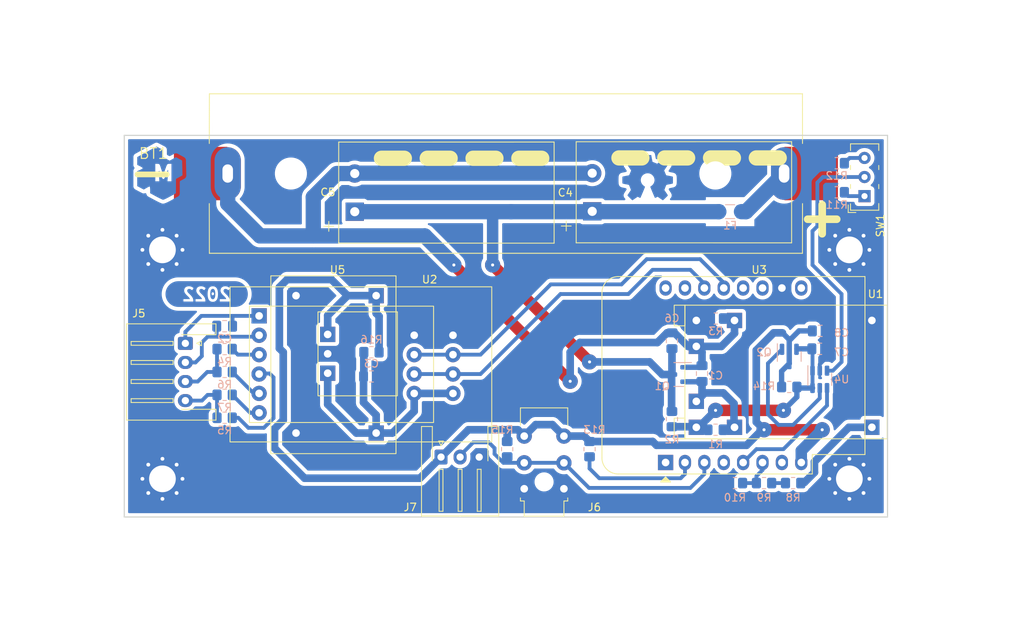
<source format=kicad_pcb>
(kicad_pcb (version 20211014) (generator pcbnew)
  (layers (0 "F.Cu" signal) (31 "B.Cu" signal) (34 "B.Paste" user) (35 "F.Paste" user) (36 "B.SilkS" user "B.Silkscreen") (37 "F.SilkS" user "F.Silkscreen") (38 "B.Mask" user) (39 "F.Mask" user) (44 "Edge.Cuts" user))
  (net 0 "")
  (net 1 "/E-")
  (net 2 "/E+")
  (net 3 "GND")
  (net 4 "+5V")
  (net 5 "Vbat")
  (net 6 "VCC")
  (net 7 "/A-")
  (net 8 "/A+")
  (net 9 "/1w")
  (net 10 "Vusb")
  (net 11 "/charging")
  (net 12 "/adc_dt")
  (net 13 "/adc_sck")
  (net 15 "/mcu_done")
  (net 22 "/_b+")
  (net 23 "/_b-")
  (net 24 "/_b+_fused")
  (net 25 "/_ch_b+")
  (net 26 "/_drv_gate")
  (net 27 "/_A-")
  (net 28 "/_A+")
  (net 29 "/_B-")
  (net 30 "/_B+")
  (net 31 "/_A0")
  (net 32 "Net-(R11-Pad2)")
  (net 34 "/_delay")
  (net 35 "Net-(R8-Pad1)")
  (net 36 "Net-(R12-Pad2)")
  (footprint "-local:module_adc_hx711_multi" (layer "F.Cu") (at 119.265 99.85)
    (fp_text reference "U2")
    (fp_text value "ADC_HX711")
  )
  (footprint "Connector_JST:JST_XH_S3B-XH-A-1_1x03_P2.50mm_Horizontal" (layer "F.Cu") (at 143.1 118.35)
    (fp_text reference "J7")
    (fp_text value "DS18B20")
  )
  (footprint "-local:CP_Radial_D13.0mm_P5.00mm_L26.0mm" (layer "F.Cu") (at 162.9093 86.155 90)
    (fp_text reference "C4")
    (fp_text value "4700u")
  )
  (footprint "-local:SW_E-Switch_EG1271_DPDT" (layer "F.Cu") (at 198.584 84.1575 90)
    (fp_text reference "SW1")
    (fp_text value "SW_SPDT")
  )
  (footprint "-local:module_psu_boost" (layer "F.Cu") (at 134.6 97.2 -90)
    (fp_text reference "U5")
    (fp_text value "PSU_boost")
  )
  (footprint "MountingHole:MountingHole_3.5mm_Pad_Via" (layer "F.Cu") (at 196.6 91.2)
    (fp_text reference "H1" hide)
    (fp_text value "MountingHole_Pad" hide)
  )
  (footprint "-local:Jack_3.5mm_Horizontal" (layer "F.Cu") (at 156.6 117.2 180)
    (fp_text reference "J6")
    (fp_text value "DS18B20")
  )
  (footprint "-local:CP_Radial_D13.0mm_P5.00mm_L26.0mm" (layer "F.Cu") (at 131.7943 86.2 90)
    (fp_text reference "C5")
    (fp_text value "4700u")
  )
  (footprint "MountingHole:MountingHole_3.5mm_Pad_Via" (layer "F.Cu") (at 196.6 121.2)
    (fp_text reference "H3" hide)
    (fp_text value "MountingHole_Pad" hide)
  )
  (footprint "Connector_JST:JST_XH_S4B-XH-A-1_1x04_P2.50mm_Horizontal" (layer "F.Cu") (at 109.6 103.45 -90)
    (fp_text reference "J5")
    (fp_text value "cell")
  )
  (footprint "-local:module_bms_usb_lipo_charger" (layer "F.Cu") (at 199.55 114.45 180)
    (fp_text reference "U1")
    (fp_text value "BMS_USB_LiPo_Charger")
  )
  (footprint "MountingHole:MountingHole_3.5mm_Pad_Via" (layer "F.Cu") (at 106.6 121.2)
    (fp_text reference "H2" hide)
    (fp_text value "MountingHole_Pad" hide)
  )
  (footprint "-local:BAT_BH-18650-PC" (layer "F.Cu") (at 151.6 81.2)
    (fp_text reference "BT1")
    (fp_text value "LiPo")
  )
  (footprint "MountingHole:MountingHole_3.5mm_Pad_Via" (layer "F.Cu") (at 106.6 91.2)
    (fp_text reference "H4" hide)
    (fp_text value "MountingHole_Pad" hide)
  )
  (footprint "-local:WEMOS_D1_mini_light" (layer "F.Cu") (at 172.52 119.06 90)
    (fp_text reference "U3")
    (fp_text value "WeMos_D1_mini")
  )
  (footprint "Capacitor_SMD:C_0805_2012Metric_Pad1.18x1.45mm_HandSolder" (layer "B.Cu") (at 114.75 101.2)
    (fp_text reference "C2")
    (fp_text value "100n")
  )
  (footprint "Resistor_SMD:R_0805_2012Metric_Pad1.20x1.40mm_HandSolder" (layer "B.Cu") (at 194.945 79.845)
    (fp_text reference "R12")
    (fp_text value "15k")
  )
  (footprint "Capacitor_SMD:C_0805_2012Metric_Pad1.18x1.45mm_HandSolder" (layer "B.Cu") (at 192.786 101.816 180)
    (fp_text reference "C8")
    (fp_text value "100n")
  )
  (footprint "kibuzzard-6343E0DF" (layer "B.Cu") (at 112.395 96.99 180)
    (fp_text reference "kibuzzard-6343E0DF" hide)
    (fp_text value "G***" hide)
  )
  (footprint "Resistor_SMD:R_0805_2012Metric_Pad1.20x1.40mm_HandSolder" (layer "B.Cu") (at 179.07 114.77 180)
    (fp_text reference "R1")
    (fp_text value "DNP")
  )
  (footprint "Resistor_SMD:R_0805_2012Metric_Pad1.20x1.40mm_HandSolder" (layer "B.Cu") (at 185.42 121.755)
    (fp_text reference "R9")
    (fp_text value "15k")
  )
  (footprint "Resistor_SMD:R_0805_2012Metric_Pad1.20x1.40mm_HandSolder" (layer "B.Cu") (at 173.355 113.373 -90)
    (fp_text reference "R2")
    (fp_text value "DNP")
  )
  (footprint "Resistor_SMD:R_0805_2012Metric_Pad1.20x1.40mm_HandSolder" (layer "B.Cu") (at 179.1 100.2)
    (fp_text reference "R3")
    (fp_text value "DNP")
  )
  (footprint "Package_TO_SOT_SMD:SOT-23-6" (layer "B.Cu") (at 192.722 108.166 -90)
    (fp_text reference "U4")
    (fp_text value "TPL5110")
  )
  (footprint "Resistor_SMD:R_0805_2012Metric_Pad1.20x1.40mm_HandSolder" (layer "B.Cu") (at 133.985 104.61 180)
    (fp_text reference "R16")
    (fp_text value "DNP")
  )
  (footprint "Capacitor_SMD:C_0805_2012Metric_Pad1.18x1.45mm_HandSolder" (layer "B.Cu") (at 177.292 107.404 -90)
    (fp_text reference "C1")
    (fp_text value "10u")
  )
  (footprint "Capacitor_SMD:C_0805_2012Metric_Pad1.18x1.45mm_HandSolder" (layer "B.Cu") (at 133.985 107.785 180)
    (fp_text reference "C3")
    (fp_text value "10u")
  )
  (footprint "Resistor_SMD:R_0805_2012Metric_Pad1.20x1.40mm_HandSolder" (layer "B.Cu") (at 181.61 121.755)
    (fp_text reference "R10")
    (fp_text value "180k")
  )
  (footprint "Symbol:OSHW-Symbol_6.7x6mm_Copper" (layer "B.Cu") (at 170.18 81.75 180)
    (fp_text reference "LOGO2" hide)
    (fp_text value "Logo_Open_Hardware_Small" hide)
  )
  (footprint "Resistor_SMD:R_0805_2012Metric_Pad1.20x1.40mm_HandSolder" (layer "B.Cu") (at 189.23 121.755)
    (fp_text reference "R8")
    (fp_text value "15k")
  )
  (footprint "Package_TO_SOT_SMD:SOT-23" (layer "B.Cu") (at 188.722 105.166 -90)
    (fp_text reference "Q2")
    (fp_text value "AO3401A")
  )
  (footprint "Package_TO_SOT_SMD:SOT-23" (layer "B.Cu") (at 174.244 107.531 180)
    (fp_text reference "Q1")
    (fp_text value "AO3401A")
  )
  (footprint "Capacitor_SMD:C_0805_2012Metric_Pad1.18x1.45mm_HandSolder" (layer "B.Cu") (at 173.355 103.1075 -90)
    (fp_text reference "C6")
    (fp_text value "10u")
  )
  (footprint "Resistor_SMD:R_0805_2012Metric_Pad1.20x1.40mm_HandSolder" (layer "B.Cu") (at 162.56 117.31 90)
    (fp_text reference "R13")
    (fp_text value "180k")
  )
  (footprint "Resistor_SMD:R_0805_2012Metric_Pad1.20x1.40mm_HandSolder" (layer "B.Cu") (at 114.75 110.2)
    (fp_text reference "R7")
    (fp_text value "0")
  )
  (footprint "-local:logo_kms_small_copper" (layer "B.Cu") (at 106.68 81.115 180)
    (fp_text reference "LOGO1" hide)
    (fp_text value "logo_kms_small" hide)
  )
  (footprint "Capacitor_SMD:C_0805_2012Metric_Pad1.18x1.45mm_HandSolder" (layer "B.Cu") (at 192.722 104.166 180)
    (fp_text reference "C7")
    (fp_text value "100n")
  )
  (footprint "Resistor_SMD:R_0805_2012Metric_Pad1.20x1.40mm_HandSolder" (layer "B.Cu") (at 114.75 104.2)
    (fp_text reference "R4")
    (fp_text value "0")
  )
  (footprint "Fuse:Fuse_1206_3216Metric_Pad1.42x1.75mm_HandSolder" (layer "B.Cu") (at 180.975 86.195)
    (fp_text reference "F1")
    (fp_text value "1A")
  )
  (footprint "Resistor_SMD:R_0805_2012Metric_Pad1.20x1.40mm_HandSolder" (layer "B.Cu") (at 114.75 107.2)
    (fp_text reference "R6")
    (fp_text value "0")
  )
  (footprint "Resistor_SMD:R_0805_2012Metric_Pad1.20x1.40mm_HandSolder" (layer "B.Cu") (at 151.765 117.31 90)
    (fp_text reference "R15")
    (fp_text value "4k7")
  )
  (footprint "Resistor_SMD:R_0805_2012Metric_Pad1.20x1.40mm_HandSolder" (layer "B.Cu") (at 114.75 113.2)
    (fp_text reference "R5")
    (fp_text value "0")
  )
  (footprint "Resistor_SMD:R_0805_2012Metric_Pad1.20x1.40mm_HandSolder" (layer "B.Cu") (at 188.722 109.166 180)
    (fp_text reference "R14")
    (fp_text value "DNP")
  )
  (footprint "Resistor_SMD:R_0805_2012Metric_Pad1.20x1.40mm_HandSolder" (layer "B.Cu") (at 194.945 83.655)
    (fp_text reference "R11")
    (fp_text value "180k")
  )
  (gr_line locked (start 201.6 76.2) (end 101.6 76.2) (layer "Edge.Cuts") (width 0.15))
  (gr_line locked (start 101.6 126.2) (end 201.6 126.2) (layer "Edge.Cuts") (width 0.15))
  (gr_line locked (start 201.6 126.2) (end 201.6 76.2) (layer "Edge.Cuts") (width 0.15))
  (gr_line locked (start 101.6 76.2) (end 101.6 126.2) (layer "Edge.Cuts") (width 0.15))
  (segment (start 113.7125 101.2) (end 113.7125 102.4985) (width 0.5) (layer "B.Cu") (net 1))
  (segment (start 113.792 102.578) (end 112.522 102.578) (width 0.5) (layer "B.Cu") (net 1))
  (segment (start 119.077 102.578) (end 113.792 102.578) (width 0.5) (layer "B.Cu") (net 1))
  (segment (start 113.7125 102.4985) (end 113.792 102.578) (width 0.5) (layer "B.Cu") (net 1))
  (segment (start 119.265 102.39) (end 119.077 102.578) (width 0.5) (layer "B.Cu") (net 1))
  (segment (start 111.76 103.34) (end 111.76 105.118) (width 0.5) (layer "B.Cu") (net 1))
  (segment (start 110.928 105.95) (end 109.6 105.95) (width 0.5) (layer "B.Cu") (net 1))
  (segment (start 111.76 105.118) (end 110.928 105.95) (width 0.5) (layer "B.Cu") (net 1))
  (segment (start 112.522 102.578) (end 111.76 103.34) (width 0.5) (layer "B.Cu") (net 1))
  (segment (start 115.758 99.85) (end 111.694 99.85) (width 0.5) (layer "B.Cu") (net 2))
  (segment (start 115.7875 99.8795) (end 115.758 99.85) (width 0.5) (layer "B.Cu") (net 2))
  (segment (start 111.694 99.85) (end 109.6 101.944) (width 0.5) (layer "B.Cu") (net 2))
  (segment (start 109.6 101.944) (end 109.6 103.45) (width 0.5) (layer "B.Cu") (net 2))
  (segment (start 115.7875 101.2) (end 115.7875 99.8795) (width 0.5) (layer "B.Cu") (net 2))
  (segment (start 119.265 99.85) (end 115.758 99.85) (width 0.5) (layer "B.Cu") (net 2))
  (segment (start 137.16 106.515) (end 137.16 103.34) (width 1) (layer "B.Cu") (net 3))
  (segment (start 148.1 119.995) (end 150.605 122.5) (width 1) (layer "B.Cu") (net 3))
  (segment (start 124.1 97.2) (end 124.1 102.67) (width 1) (layer "B.Cu") (net 3))
  (segment (start 176.8 100.2) (end 176.55 100.45) (width 1) (layer "B.Cu") (net 3))
  (segment (start 126.25 104.82) (end 128.25 104.82) (width 1) (layer "B.Cu") (net 3))
  (segment (start 178.1 100.2) (end 176.8 100.2) (width 1) (layer "B.Cu") (net 3))
  (segment (start 193.8235 101.816) (end 193.8235 100.3135) (width 1) (layer "B.Cu") (net 3))
  (segment (start 124.1 115.2) (end 124.1 106.97) (width 1) (layer "B.Cu") (net 3))
  (segment (start 192.722 106.198) (end 193.7595 105.1605) (width 0.5) (layer "B.Cu") (net 3))
  (segment (start 186.182 98.387) (end 178.816 98.387) (width 1) (layer "B.Cu") (net 3))
  (segment (start 135.0225 107.785) (end 135.89 107.785) (width 1) (layer "B.Cu") (net 3))
  (segment (start 192.722 107.0285) (end 192.722 106.198) (width 0.5) (layer "B.Cu") (net 3))
  (segment (start 193.8235 104.102) (end 193.7595 104.166) (width 0.7) (layer "B.Cu") (net 3))
  (segment (start 144.665 102.39) (end 139.585 102.39) (width 1) (layer "B.Cu") (net 3))
  (segment (start 187.833 98.387) (end 186.182 98.387) (width 1) (layer "B.Cu") (net 3))
  (segment (start 193.7595 105.1605) (end 193.7595 104.166) (width 0.5) (layer "B.Cu") (net 3))
  (segment (start 137.16 103.34) (end 138.11 102.39) (width 1) (layer "B.Cu") (net 3))
  (segment (start 178.816 98.387) (end 178.1 99.103) (width 1) (layer "B.Cu") (net 3))
  (segment (start 155 123.5) (end 158.2 123.5) (width 1) (layer "B.Cu") (net 3))
  (segment (start 135.89 107.785) (end 137.16 106.515) (width 1) (layer "B.Cu") (net 3))
  (segment (start 148.1 118.35) (end 148.1 119.995) (width 1) (layer "B.Cu") (net 3))
  (segment (start 187.76 98.314) (end 187.833 98.387) (width 1) (layer "B.Cu") (net 3))
  (segment (start 124.1 106.97) (end 126.25 104.82) (width 1) (layer "B.Cu") (net 3))
  (segment (start 187.76 96.2) (end 187.76 98.314) (width 1) (layer "B.Cu") (net 3))
  (segment (start 150.605 122.5) (end 154 122.5) (width 1) (layer "B.Cu") (net 3))
  (segment (start 191.897 98.387) (end 187.833 98.387) (width 1) (layer "B.Cu") (net 3))
  (segment (start 193.8235 100.3135) (end 193.04 99.53) (width 1) (layer "B.Cu") (net 3))
  (segment (start 158.2 123.5) (end 159.2 122.5) (width 1) (layer "B.Cu") (net 3))
  (segment (start 124.1 102.67) (end 126.25 104.82) (width 1) (layer "B.Cu") (net 3))
  (segment (start 178.1 99.103) (end 178.1 100.2) (width 1) (layer "B.Cu") (net 3))
  (segment (start 193.8235 101.816) (end 193.8235 104.102) (width 0.7) (layer "B.Cu") (net 3))
  (segment (start 193.04 99.53) (end 191.897 98.387) (width 1) (layer "B.Cu") (net 3))
  (segment (start 138.11 102.39) (end 139.585 102.39) (width 1) (layer "B.Cu") (net 3))
  (segment (start 154 122.5) (end 155 123.5) (width 1) (layer "B.Cu") (net 3))
  (segment (start 132.9475 107.785) (end 132.9475 111.1925) (width 1) (layer "B.Cu") (net 4))
  (segment (start 132.985 107.7475) (end 132.9475 107.785) (width 1) (layer "B.Cu") (net 4))
  (segment (start 139.585 110.01) (end 139.585 112.345) (width 1) (layer "B.Cu") (net 4))
  (segment (start 132.002 115.2) (end 134.6 115.2) (width 1) (layer "B.Cu") (net 4))
  (segment (start 144.665 110.01) (end 139.585 110.01) (width 1) (layer "B.Cu") (net 4))
  (segment (start 139.585 112.345) (end 136.73 115.2) (width 1) (layer "B.Cu") (net 4))
  (segment (start 128.25 107.36) (end 128.25 111.448) (width 1) (layer "B.Cu") (net 4))
  (segment (start 132.9475 111.1925) (end 134.6 112.845) (width 1) (layer "B.Cu") (net 4))
  (segment (start 136.73 115.2) (end 134.6 115.2) (width 1) (layer "B.Cu") (net 4))
  (segment (start 128.25 111.448) (end 132.002 115.2) (width 1) (layer "B.Cu") (net 4))
  (segment (start 134.6 112.845) (end 134.6 115.2) (width 1) (layer "B.Cu") (net 4))
  (segment (start 132.985 104.61) (end 132.985 107.7475) (width 1) (layer "B.Cu") (net 4))
  (segment (start 187.96 112.23) (end 179.07 112.23) (width 1.5) (layer "F.Cu") (net 5))
  (via (at 179.07 112.23) (size 2) (drill 0.4) (layers "F.Cu" "B.Cu") (net 5))
  (via (at 187.96 112.23) (size 2) (drill 0.4) (layers "F.Cu" "B.Cu") (net 5))
  (segment (start 176.473 114.373) (end 176.55 114.45) (width 1) (layer "B.Cu") (net 5))
  (segment (start 187.96 112.23) (end 189.722 110.468) (width 0.7) (layer "B.Cu") (net 5))
  (segment (start 178.07 114.77) (end 176.87 114.77) (width 0.7) (layer "B.Cu") (net 5))
  (segment (start 189.722 110.468) (end 189.722 109.166) (width 0.7) (layer "B.Cu") (net 5))
  (segment (start 173.355 114.373) (end 174.387 114.373) (width 1) (layer "B.Cu") (net 5))
  (segment (start 176.55 114.45) (end 176.85 114.45) (width 1) (layer "B.Cu") (net 5))
  (segment (start 176.87 114.77) (end 176.55 114.45) (width 0.7) (layer "B.Cu") (net 5))
  (segment (start 191.6845 104.166) (end 189.7345 104.166) (width 0.7) (layer "B.Cu") (net 5))
  (segment (start 191.772 104.2535) (end 191.6845 104.166) (width 0.7) (layer "B.Cu") (net 5))
  (segment (start 176.85 114.45) (end 179.07 112.23) (width 1) (layer "B.Cu") (net 5))
  (segment (start 191.6845 104.166) (end 191.722 104.2035) (width 0.8) (layer "B.Cu") (net 5))
  (segment (start 189.8595 109.3035) (end 189.722 109.166) (width 0.7) (layer "B.Cu") (net 5))
  (segment (start 191.772 107.0285) (end 191.772 104.2535) (width 0.5) (layer "B.Cu") (net 5))
  (segment (start 191.772 107.0285) (end 191.772 109.3035) (width 0.5) (layer "B.Cu") (net 5))
  (segment (start 174.387 114.373) (end 176.473 114.373) (width 1) (layer "B.Cu") (net 5))
  (segment (start 191.772 109.3035) (end 189.8595 109.3035) (width 0.7) (layer "B.Cu") (net 5))
  (segment (start 185.42 114.77) (end 193.04 114.77) (width 1.5) (layer "F.Cu") (net 6))
  (via (at 185.42 114.77) (size 2) (drill 0.4) (layers "F.Cu" "B.Cu") (net 6))
  (via (at 193.04 114.77) (size 2) (drill 0.4) (layers "F.Cu" "B.Cu") (net 6))
  (segment (start 121.285 117.183) (end 125.222 121.12) (width 1) (layer "B.Cu") (net 6))
  (segment (start 171.323 116.802) (end 183.134 116.802) (width 1) (layer "B.Cu") (net 6))
  (segment (start 188.722 103.086) (end 188.722 102.959) (width 0.7) (layer "B.Cu") (net 6))
  (segment (start 128.25 99.804) (end 128.25 102.28) (width 1) (layer "B.Cu") (net 6))
  (segment (start 146.68 114.77) (end 151.765 114.77) (width 1) (layer "B.Cu") (net 6))
  (segment (start 185.42 114.77) (end 184.404 113.754) (width 1) (layer "B.Cu") (net 6))
  (segment (start 188.722 102.959) (end 187.833 102.07) (width 0.7) (layer "B.Cu") (net 6))
  (segment (start 121.92 104.102) (end 122.428 104.61) (width 1) (layer "B.Cu") (net 6))
  (segment (start 130.854 97.2) (end 128.25 99.804) (width 1) (layer "B.Cu") (net 6))
  (segment (start 157.699999 114.099999) (end 155.500001 114.099999) (width 1) (layer "B.Cu") (net 6))
  (segment (start 140.33 121.12) (end 143.1 118.35) (width 1) (layer "B.Cu") (net 6))
  (segment (start 188.722 103.086) (end 188.976 102.832) (width 0.7) (layer "B.Cu") (net 6))
  (segment (start 186.69 102.07) (end 187.833 102.07) (width 1) (layer "B.Cu") (net 6))
  (segment (start 188.722 106.1035) (end 188.722 103.086) (width 0.7) (layer "B.Cu") (net 6))
  (segment (start 184.404 104.356) (end 186.69 102.07) (width 1) (layer "B.Cu") (net 6))
  (segment (start 143.1 118.35) (end 146.68 114.77) (width 1) (layer "B.Cu") (net 6))
  (segment (start 188.976 102.832) (end 189.992 101.816) (width 0.7) (layer "B.Cu") (net 6))
  (segment (start 122.428 104.61) (end 122.428 113.5) (width 1) (layer "B.Cu") (net 6))
  (segment (start 128.739 95.085) (end 122.936 95.085) (width 1) (layer "B.Cu") (net 6))
  (segment (start 134.985 104.61) (end 134.985 99.895) (width 1) (layer "B.Cu") (net 6))
  (segment (start 153.17 114.77) (end 154 115.6) (width 1) (layer "B.Cu") (net 6))
  (segment (start 159.2 115.6) (end 161.85 115.6) (width 1) (layer "B.Cu") (net 6))
  (segment (start 122.428 113.5) (end 121.285 114.643) (width 1) (layer "B.Cu") (net 6))
  (segment (start 121.285 114.643) (end 121.285 117.183) (width 1) (layer "B.Cu") (net 6))
  (segment (start 185.166 114.77) (end 185.42 114.77) (width 1) (layer "B.Cu") (net 6))
  (segment (start 183.134 116.802) (end 185.166 114.77) (width 1) (layer "B.Cu") (net 6))
  (segment (start 121.92 96.101) (end 121.92 104.102) (width 1) (layer "B.Cu") (net 6))
  (segment (start 187.722 107.1035) (end 188.722 106.1035) (width 0.7) (layer "B.Cu") (net 6))
  (segment (start 151.765 114.77) (end 153.17 114.77) (width 1) (layer "B.Cu") (net 6))
  (segment (start 162.56 116.31) (end 170.831 116.31) (width 1) (layer "B.Cu") (net 6))
  (segment (start 159.2 115.6) (end 157.699999 114.099999) (width 1) (layer "B.Cu") (net 6))
  (segment (start 134.6 97.2) (end 130.854 97.2) (width 1) (layer "B.Cu") (net 6))
  (segment (start 187.722 109.166) (end 187.722 107.1035) (width 0.7) (layer "B.Cu") (net 6))
  (segment (start 151.765 116.31) (end 151.765 114.77) (width 1) (layer "B.Cu") (net 6))
  (segment (start 122.936 95.085) (end 121.92 96.101) (width 1) (layer "B.Cu") (net 6))
  (segment (start 130.854 97.2) (end 128.739 95.085) (width 1) (layer "B.Cu") (net 6))
  (segment (start 189.992 101.816) (end 191.7485 101.816) (width 0.7) (layer "B.Cu") (net 6))
  (segment (start 155.500001 114.099999) (end 154 115.6) (width 1) (layer "B.Cu") (net 6))
  (segment (start 134.6 99.51) (end 134.6 97.2) (width 1) (layer "B.Cu") (net 6))
  (segment (start 184.404 113.754) (end 184.404 104.356) (width 1) (layer "B.Cu") (net 6))
  (segment (start 125.222 121.12) (end 140.33 121.12) (width 1) (layer "B.Cu") (net 6))
  (segment (start 161.85 115.6) (end 162.56 116.31) (width 1) (layer "B.Cu") (net 6))
  (segment (start 190.3 117.51) (end 190.3 119.06) (width 1.5) (layer "B.Cu") (net 6))
  (segment (start 170.831 116.31) (end 171.323 116.802) (width 1) (layer "B.Cu") (net 6))
  (segment (start 193.04 114.77) (end 190.3 117.51) (width 1.5) (layer "B.Cu") (net 6))
  (segment (start 134.985 99.895) (end 134.6 99.51) (width 1) (layer "B.Cu") (net 6))
  (segment (start 113.75 104.2) (end 113.75 107.2) (width 0.5) (layer "B.Cu") (net 7))
  (segment (start 111.222 108.45) (end 112.472 107.2) (width 0.5) (layer "B.Cu") (net 7))
  (segment (start 112.472 107.2) (end 113.75 107.2) (width 0.5) (layer "B.Cu") (net 7))
  (segment (start 109.6 108.45) (end 111.222 108.45) (width 0.5) (layer "B.Cu") (net 7))
  (segment (start 112.52 110.2) (end 113.75 110.2) (width 0.5) (layer "B.Cu") (net 8))
  (segment (start 113.75 113.2) (end 113.75 110.2) (width 0.5) (layer "B.Cu") (net 8))
  (segment (start 111.77 110.95) (end 112.52 110.2) (width 0.5) (layer "B.Cu") (net 8))
  (segment (start 109.6 110.95) (end 111.77 110.95) (width 0.5) (layer "B.Cu") (net 8))
  (segment (start 175.768 122.39) (end 177.6 120.558) (width 0.5) (layer "B.Cu") (net 9))
  (segment (start 145.6 118.141) (end 147.32 116.421) (width 0.5) (layer "B.Cu") (net 9))
  (segment (start 151.269 119.1) (end 154 119.1) (width 0.5) (layer "B.Cu") (net 9))
  (segment (start 149.356 116.421) (end 150.114 117.179) (width 0.5) (layer "B.Cu") (net 9))
  (segment (start 150.114 117.179) (end 150.114 117.945) (width 0.5) (layer "B.Cu") (net 9))
  (segment (start 147.32 116.421) (end 149.356 116.421) (width 0.5) (layer "B.Cu") (net 9))
  (segment (start 177.6 120.558) (end 177.6 119.06) (width 0.5) (layer "B.Cu") (net 9))
  (segment (start 145.6 118.35) (end 145.6 118.141) (width 0.5) (layer "B.Cu") (net 9))
  (segment (start 162.49 122.39) (end 175.768 122.39) (width 0.5) (layer "B.Cu") (net 9))
  (segment (start 150.114 117.945) (end 151.269 119.1) (width 0.5) (layer "B.Cu") (net 9))
  (segment (start 154 119.1) (end 159.2 119.1) (width 0.5) (layer "B.Cu") (net 9))
  (segment (start 159.2 119.1) (end 162.49 122.39) (width 0.5) (layer "B.Cu") (net 9))
  (segment (start 190.722 121.66) (end 192.024 120.358) (width 1) (layer "B.Cu") (net 10))
  (segment (start 192.024 118.961) (end 196.535 114.45) (width 1) (layer "B.Cu") (net 10))
  (segment (start 192.024 120.358) (end 192.024 118.961) (width 1) (layer "B.Cu") (net 10))
  (segment (start 196.535 114.45) (end 199.55 114.45) (width 1) (layer "B.Cu") (net 10))
  (segment (start 190.5 121.66) (end 190.722 121.66) (width 1) (layer "B.Cu") (net 10))
  (segment (start 185.22 120.05) (end 185.22 119.06) (width 0.5) (layer "B.Cu") (net 11))
  (segment (start 184.42 121.755) (end 184.42 120.85) (width 0.5) (layer "B.Cu") (net 11))
  (segment (start 184.42 120.85) (end 185.22 120.05) (width 0.5) (layer "B.Cu") (net 11))
  (segment (start 182.61 121.755) (end 184.42 121.755) (width 0.5) (layer "B.Cu") (net 11))
  (segment (start 166.751 95.72) (end 170.053 92.418) (width 0.5) (layer "B.Cu") (net 12))
  (segment (start 177.038 92.418) (end 180.14 95.52) (width 0.5) (layer "B.Cu") (net 12))
  (segment (start 157.48 95.72) (end 166.751 95.72) (width 0.5) (layer "B.Cu") (net 12))
  (segment (start 148.27 104.93) (end 157.48 95.72) (width 0.5) (layer "B.Cu") (net 12))
  (segment (start 180.14 95.52) (end 180.14 96.2) (width 0.5) (layer "B.Cu") (net 12))
  (segment (start 144.665 104.93) (end 139.585 104.93) (width 0.5) (layer "B.Cu") (net 12))
  (segment (start 170.053 92.418) (end 177.038 92.418) (width 0.5) (layer "B.Cu") (net 12))
  (segment (start 144.665 104.93) (end 148.27 104.93) (width 0.5) (layer "B.Cu") (net 12))
  (segment (start 158.75 96.99) (end 167.64 96.99) (width 0.5) (layer "B.Cu") (net 13))
  (segment (start 175.768 93.815) (end 177.6 95.647) (width 0.5) (layer "B.Cu") (net 13))
  (segment (start 148.27 107.47) (end 158.75 96.99) (width 0.5) (layer "B.Cu") (net 13))
  (segment (start 144.665 107.47) (end 148.27 107.47) (width 0.5) (layer "B.Cu") (net 13))
  (segment (start 177.6 95.647) (end 177.6 96.2) (width 0.5) (layer "B.Cu") (net 13))
  (segment (start 167.64 96.99) (end 170.815 93.815) (width 0.5) (layer "B.Cu") (net 13))
  (segment (start 144.665 107.47) (end 139.585 107.47) (width 0.5) (layer "B.Cu") (net 13))
  (segment (start 170.815 93.815) (end 175.768 93.815) (width 0.5) (layer "B.Cu") (net 13))
  (segment (start 193.672 111.598) (end 193.672 109.3035) (width 0.5) (layer "B.Cu") (net 15))
  (segment (start 182.68 119.06) (end 184.43 117.31) (width 0.5) (layer "B.Cu") (net 15))
  (segment (start 187.96 117.31) (end 193.672 111.598) (width 0.5) (layer "B.Cu") (net 15))
  (segment (start 184.43 117.31) (end 187.96 117.31) (width 0.5) (layer "B.Cu") (net 15))
  (segment (start 182.4625 86.195) (end 183.055 86.195) (width 2) (layer "B.Cu") (net 22))
  (segment (start 183.055 86.195) (end 188.05 81.2) (width 2) (layer "B.Cu") (net 22))
  (segment (start 160.02 108.42) (end 144.78 93.18) (width 1.5) (layer "F.Cu") (net 23))
  (via (at 144.78 93.18) (size 2) (drill 0.4) (layers "F.Cu" "B.Cu") (net 23))
  (via (at 160.02 108.42) (size 2) (drill 0.4) (layers "F.Cu" "B.Cu") (net 23))
  (segment (start 115.15 85.14) (end 115.15 81.2) (width 2) (layer "B.Cu") (net 23))
  (segment (start 181.3 100.2) (end 181.55 100.45) (width 1) (layer "B.Cu") (net 23))
  (segment (start 176.55 103.85) (end 179.83 103.85) (width 1) (layer "B.Cu") (net 23))
  (segment (start 144.78 93.18) (end 140.97 89.37) (width 2) (layer "B.Cu") (net 23))
  (segment (start 126.365 89.37) (end 119.38 89.37) (width 2) (layer "B.Cu") (net 23))
  (segment (start 140.97 89.37) (end 126.365 89.37) (width 2) (layer "B.Cu") (net 23))
  (segment (start 160.02 108.42) (end 160.02 104.607207) (width 1) (layer "B.Cu") (net 23))
  (segment (start 175.4675 103.85) (end 176.55 103.85) (width 1) (layer "B.Cu") (net 23))
  (segment (start 162.9093 81.155) (end 131.8393 81.155) (width 2) (layer "B.Cu") (net 23))
  (segment (start 126.365 84.29) (end 129.455 81.2) (width 2) (layer "B.Cu") (net 23))
  (segment (start 177.0775 106.581) (end 177.292 106.3665) (width 0.7) (layer "B.Cu") (net 23))
  (segment (start 176.55 103.85) (end 177.292 104.592) (width 1) (layer "B.Cu") (net 23))
  (segment (start 126.365 89.37) (end 126.365 84.29) (width 2) (layer "B.Cu") (net 23))
  (segment (start 160.02 104.607207) (end 161.287207 103.34) (width 1) (layer "B.Cu") (net 23))
  (segment (start 129.455 81.2) (end 131.7943 81.2) (width 2) (layer "B.Cu") (net 23))
  (segment (start 171.45 103.34) (end 172.72 102.07) (width 1) (layer "B.Cu") (net 23))
  (segment (start 161.287207 103.34) (end 171.45 103.34) (width 1) (layer "B.Cu") (net 23))
  (segment (start 179.83 103.85) (end 181.55 102.13) (width 1) (layer "B.Cu") (net 23))
  (segment (start 131.8393 81.155) (end 131.7943 81.2) (width 2) (layer "B.Cu") (net 23))
  (segment (start 173.6875 102.07) (end 175.4675 103.85) (width 1) (layer "B.Cu") (net 23))
  (segment (start 119.38 89.37) (end 115.15 85.14) (width 2) (layer "B.Cu") (net 23))
  (segment (start 177.292 104.592) (end 177.292 106.3665) (width 1) (layer "B.Cu") (net 23))
  (segment (start 180.1 100.2) (end 181.3 100.2) (width 1) (layer "B.Cu") (net 23))
  (segment (start 175.1815 106.581) (end 177.0775 106.581) (width 0.7) (layer "B.Cu") (net 23))
  (segment (start 172.72 102.07) (end 173.355 102.07) (width 1) (layer "B.Cu") (net 23))
  (segment (start 181.55 102.13) (end 181.55 100.45) (width 1) (layer "B.Cu") (net 23))
  (segment (start 173.355 102.07) (end 173.6875 102.07) (width 1) (layer "B.Cu") (net 23))
  (segment (start 162.56 105.88) (end 149.86 93.18) (width 1.5) (layer "F.Cu") (net 24))
  (via (at 149.86 93.18) (size 2) (drill 0.4) (layers "F.Cu" "B.Cu") (net 24))
  (via (at 162.56 105.88) (size 2) (drill 0.4) (layers "F.Cu" "B.Cu") (net 24))
  (segment (start 152.4 86.322) (end 152.278 86.2) (width 1) (layer "B.Cu") (net 24))
  (segment (start 162.56 105.88) (end 170.434 105.88) (width 1) (layer "B.Cu") (net 24))
  (segment (start 131.7943 86.2) (end 152.278 86.2) (width 2) (layer "B.Cu") (net 24))
  (segment (start 173.3065 107.531) (end 173.3065 112.3245) (width 1) (layer "B.Cu") (net 24))
  (segment (start 152.278 86.2) (end 179.4825 86.2) (width 2) (layer "B.Cu") (net 24))
  (segment (start 170.434 105.88) (end 172.085 107.531) (width 1) (layer "B.Cu") (net 24))
  (segment (start 150.368 86.322) (end 152.4 86.322) (width 1.5) (layer "B.Cu") (net 24))
  (segment (start 173.3065 112.3245) (end 173.355 112.373) (width 1) (layer "B.Cu") (net 24))
  (segment (start 172.085 107.531) (end 173.3065 107.531) (width 1) (layer "B.Cu") (net 24))
  (segment (start 179.4825 86.2) (end 179.4875 86.195) (width 2) (layer "B.Cu") (net 24))
  (segment (start 173.355 107.4825) (end 173.3065 107.531) (width 1) (layer "B.Cu") (net 24))
  (segment (start 149.86 86.83) (end 150.368 86.322) (width 1.5) (layer "B.Cu") (net 24))
  (segment (start 173.355 104.145) (end 173.355 107.4825) (width 1) (layer "B.Cu") (net 24))
  (segment (start 149.86 93.18) (end 149.86 86.83) (width 1.5) (layer "B.Cu") (net 24))
  (segment (start 177.656 109.944) (end 180.086 109.944) (width 1) (layer "B.Cu") (net 25))
  (segment (start 176.55 111.05) (end 177.292 110.308) (width 1) (layer "B.Cu") (net 25))
  (segment (start 177.292 110.308) (end 177.292 108.4415) (width 1) (layer "B.Cu") (net 25))
  (segment (start 176.55 111.05) (end 177.656 109.944) (width 1) (layer "B.Cu") (net 25))
  (segment (start 180.07 114.77) (end 181.23 114.77) (width 0.7) (layer "B.Cu") (net 25))
  (segment (start 181.483 111.341) (end 181.483 114.383) (width 1) (layer "B.Cu") (net 25))
  (segment (start 177.2525 108.481) (end 177.292 108.4415) (width 0.7) (layer "B.Cu") (net 25))
  (segment (start 181.23 114.77) (end 181.55 114.45) (width 0.7) (layer "B.Cu") (net 25))
  (segment (start 175.1815 108.481) (end 177.2525 108.481) (width 0.7) (layer "B.Cu") (net 25))
  (segment (start 181.483 114.383) (end 181.55 114.45) (width 1) (layer "B.Cu") (net 25))
  (segment (start 180.086 109.944) (end 181.483 111.341) (width 1) (layer "B.Cu") (net 25))
  (segment (start 185.928 106.0725) (end 187.772 104.2285) (width 0.5) (layer "B.Cu") (net 26))
  (segment (start 185.928 112.738) (end 185.928 106.0725) (width 0.5) (layer "B.Cu") (net 26))
  (segment (start 192.722 110.643) (end 189.23 114.135) (width 0.5) (layer "B.Cu") (net 26))
  (segment (start 187.325 114.135) (end 185.928 112.738) (width 0.5) (layer "B.Cu") (net 26))
  (segment (start 189.23 114.135) (end 187.325 114.135) (width 0.5) (layer "B.Cu") (net 26))
  (segment (start 192.722 109.3035) (end 192.722 110.643) (width 0.5) (layer "B.Cu") (net 26))
  (segment (start 116.48 104.93) (end 115.75 104.2) (width 0.5) (layer "B.Cu") (net 27))
  (segment (start 119.265 104.93) (end 116.48 104.93) (width 0.5) (layer "B.Cu") (net 27))
  (segment (start 115.75 113.2) (end 116.54 113.2) (width 0.5) (layer "B.Cu") (net 28))
  (segment (start 120.65 107.404) (end 119.331 107.404) (width 0.5) (layer "B.Cu") (net 28))
  (segment (start 121.158 113.246) (end 121.158 107.912) (width 0.5) (layer "B.Cu") (net 28))
  (segment (start 121.158 107.912) (end 120.65 107.404) (width 0.5) (layer "B.Cu") (net 28))
  (segment (start 117.856 114.516) (end 119.888 114.516) (width 0.5) (layer "B.Cu") (net 28))
  (segment (start 119.331 107.404) (end 119.265 107.47) (width 0.5) (layer "B.Cu") (net 28))
  (segment (start 116.54 113.2) (end 117.856 114.516) (width 0.5) (layer "B.Cu") (net 28))
  (segment (start 119.888 114.516) (end 121.158 113.246) (width 0.5) (layer "B.Cu") (net 28))
  (segment (start 119.265 110.01) (end 118.56 110.01) (width 0.5) (layer "B.Cu") (net 29))
  (segment (start 118.56 110.01) (end 115.75 107.2) (width 0.5) (layer "B.Cu") (net 29))
  (segment (start 118.1 112.55) (end 115.75 110.2) (width 0.5) (layer "B.Cu") (net 30))
  (segment (start 119.265 112.55) (end 118.1 112.55) (width 0.5) (layer "B.Cu") (net 30))
  (segment (start 162.56 118.31) (end 162.56 119.85) (width 0.5) (layer "B.Cu") (net 31))
  (segment (start 163.83 121.12) (end 174.498 121.12) (width 0.5) (layer "B.Cu") (net 31))
  (segment (start 162.56 119.85) (end 163.83 121.12) (width 0.5) (layer "B.Cu") (net 31))
  (segment (start 175.06 120.558) (end 175.06 119.06) (width 0.5) (layer "B.Cu") (net 31))
  (segment (start 174.498 121.12) (end 175.06 120.558) (width 0.5) (layer "B.Cu") (net 31))
  (segment (start 198.584 84.1575) (end 196.4475 84.1575) (width 0.5) (layer "B.Cu") (net 32))
  (segment (start 196.4475 84.1575) (end 195.945 83.655) (width 0.5) (layer "B.Cu") (net 32))
  (segment (start 192.405 82.385) (end 193.1325 81.6575) (width 0.5) (layer "B.Cu") (net 34))
  (segment (start 195.58 96.99) (end 191.77 93.18) (width 0.5) (layer "B.Cu") (net 34))
  (segment (start 193.672 107.0285) (end 194.4315 107.0285) (width 0.5) (layer "B.Cu") (net 34))
  (segment (start 191.77 93.18) (end 191.77 88.735) (width 0.5) (layer "B.Cu") (net 34))
  (segment (start 195.58 105.88) (end 195.58 96.99) (width 0.5) (layer "B.Cu") (net 34))
  (segment (start 193.1325 81.6575) (end 198.584 81.6575) (width 0.5) (layer "B.Cu") (net 34))
  (segment (start 194.4315 107.0285) (end 195.58 105.88) (width 0.5) (layer "B.Cu") (net 34))
  (segment (start 191.77 88.735) (end 192.405 88.1) (width 0.5) (layer "B.Cu") (net 34))
  (segment (start 192.405 88.1) (end 192.405 82.385) (width 0.5) (layer "B.Cu") (net 34))
  (segment (start 186.42 121.755) (end 188.23 121.755) (width 0.5) (layer "B.Cu") (net 35))
  (segment (start 198.584 79.1575) (end 196.6325 79.1575) (width 0.5) (layer "B.Cu") (net 36))
  (segment (start 196.6325 79.1575) (end 195.945 79.845) (width 0.5) (layer "B.Cu") (net 36))
  (zone (net 3) (net_name "GND") (layer "B.Cu") (connect_pads yes (clearance 0.5)) (min_thickness 0.254) (fill yes (thermal_gap 0.508) (thermal_bridge_width 0.508) (smoothing fillet) (radius 0.5))
    (polygon (pts (xy 203.2 127.47) (xy 100.33 127.47) (xy 100.33 75.4) (xy 203.2 75.4)))
  )
  (zone (net 0) (net_name "") (layer "B.Cu") (connect_pads yes (clearance 0)) (min_thickness 0.254)
    (keepout (tracks not_allowed) (vias allowed) (pads allowed) (copperpour not_allowed) (footprints allowed))
    (fill (thermal_gap 0.508) (thermal_bridge_width 0.508))
    (polygon (pts (xy 184.15 88.1) (xy 177.8 88.1) (xy 177.8 84.29) (xy 184.15 84.29)))
  )
)
</source>
